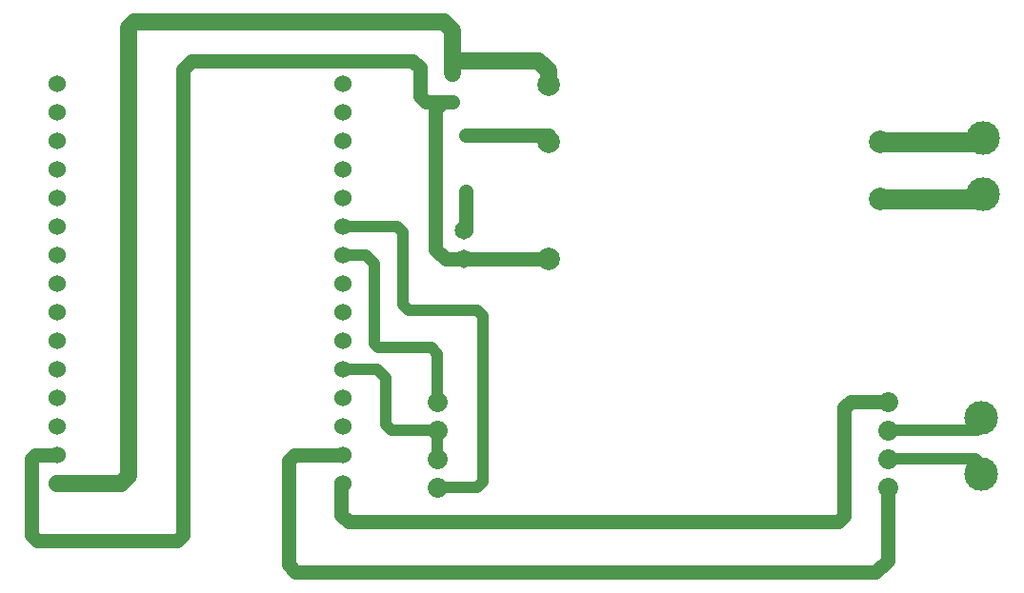
<source format=gbl>
G04 Layer: BottomLayer*
G04 EasyEDA v6.5.9, 2022-08-10 15:01:23*
G04 3fe46a5b86454c6e811331f20d3da3e4,c5bfb2adc60a430b9219b9f832e462ad,10*
G04 Gerber Generator version 0.2*
G04 Scale: 100 percent, Rotated: No, Reflected: No *
G04 Dimensions in millimeters *
G04 leading zeros omitted , absolute positions ,4 integer and 5 decimal *
%FSLAX45Y45*%
%MOMM*%

%ADD10C,1.0000*%
%ADD11C,1.2500*%
%ADD12C,1.8000*%
%ADD13C,1.5000*%
%ADD14C,1.1938*%
%ADD15C,1.6510*%
%ADD16C,1.1608*%
%ADD17C,1.5240*%
%ADD18C,2.0000*%
%ADD19C,3.0000*%

%LPD*%
D10*
X9210802Y5691123D02*
G01*
X9812274Y5691123D01*
X9812274Y5691123D01*
X9812274Y5691123D01*
X10009124Y5691123D01*
X10045700Y5727700D01*
X10045700Y5799836D01*
X5210809Y5183123D02*
G01*
X5564124Y5183123D01*
X5600191Y5219192D01*
X5613400Y5232400D01*
X5613400Y6705600D01*
X5562600Y6756400D01*
X4953000Y6756400D01*
X4902200Y6807200D01*
X4902200Y7454900D01*
X4851400Y7505700D01*
X4368800Y7505700D01*
X5210809Y5945123D02*
G01*
X5210809Y6371589D01*
X5156200Y6426200D01*
X4686300Y6426200D01*
X4648200Y6464300D01*
X4648200Y7175500D01*
X4572000Y7251700D01*
X4368800Y7251700D01*
X5210809Y5691123D02*
G01*
X4799075Y5691123D01*
X4749800Y5740400D01*
X4749800Y6159500D01*
X4673600Y6235700D01*
X4368800Y6235700D01*
D11*
X9210802Y5183123D02*
G01*
X9210802Y4537202D01*
X9208515Y4534915D01*
X9208515Y4534915D01*
X9208515Y4534915D01*
X9105900Y4432300D01*
X3949700Y4432300D01*
X3886200Y4495800D01*
X3886200Y5422900D01*
X3937000Y5473700D01*
X4013200Y5473700D01*
D12*
X9144000Y7753350D02*
G01*
X10022636Y7753350D01*
X10058387Y7789100D01*
X9144000Y8261350D02*
G01*
X10030637Y8261350D01*
X10058387Y8289099D01*
D11*
X9210802Y5945123D02*
G01*
X8878824Y5945123D01*
X8826500Y5892800D01*
X8826500Y4927600D01*
X8775700Y4876800D01*
X4419600Y4876800D01*
X4356100Y4940300D01*
X4356100Y5207000D01*
X4368800Y5219700D01*
D10*
X5210708Y5437098D02*
G01*
X5210708Y5691098D01*
D11*
X5461000Y7815579D02*
G01*
X5461000Y7467600D01*
X5448300Y7467600D01*
X5448300Y7213600D02*
G01*
X5283200Y7213600D01*
X5194300Y7302500D01*
X5194300Y7588250D01*
X5194300Y7588250D01*
X5194300Y7971028D01*
X5194300Y8238236D01*
X5194300Y8547100D01*
X5257800Y8610600D01*
X5346700Y8610600D01*
X1828800Y5473700D02*
G01*
X1638300Y5473700D01*
X1600200Y5435600D01*
X1600200Y4762500D01*
X1651000Y4711700D01*
X2895600Y4711700D01*
X2946400Y4762500D01*
X2946400Y8902700D01*
X3022600Y8978900D01*
X4817109Y8978900D01*
X4817109Y8978900D01*
X4991100Y8978900D01*
X5054600Y8915400D01*
X5054600Y8661400D01*
X5105400Y8610600D01*
X5346700Y8610600D01*
D13*
X5346700Y8864600D02*
G01*
X5346700Y9245600D01*
X5270500Y9321800D01*
X2514600Y9321800D01*
X2463800Y9271000D01*
X2463800Y5283200D01*
X2400300Y5219700D01*
X1828800Y5219700D01*
X6197600Y8763000D02*
G01*
X6197600Y8890000D01*
X6108700Y8978900D01*
X5870702Y8978900D01*
X5870702Y8978900D01*
X5384800Y8978900D01*
X5346700Y8940800D01*
X5346700Y8864600D01*
D11*
X4013200Y5473700D02*
G01*
X4368800Y5473700D01*
X5461000Y8313420D02*
G01*
X5933186Y8313420D01*
X5933186Y8313420D01*
X6197600Y8313420D01*
X6197600Y8255000D01*
X5448300Y7213600D02*
G01*
X6197600Y7213600D01*
D10*
X9210802Y5437123D02*
G01*
X9768077Y5437123D01*
X9903459Y5437123D01*
X9903459Y5437123D01*
X9993375Y5437123D01*
X10045700Y5384800D01*
X10045700Y5299963D01*
D14*
G01*
X5346700Y8864600D03*
G01*
X5346700Y8610600D03*
D15*
G01*
X5448300Y7467600D03*
G01*
X5448300Y7213600D03*
D16*
G01*
X5461000Y8313420D03*
G01*
X5461000Y7815579D03*
D17*
G01*
X1828800Y8775725D03*
G01*
X1828825Y8521674D03*
G01*
X1828825Y8267674D03*
G01*
X1828825Y8013674D03*
G01*
X1828825Y7759674D03*
G01*
X1828825Y7505674D03*
G01*
X1828825Y7251674D03*
G01*
X1828825Y6997674D03*
G01*
X1828825Y6743674D03*
G01*
X1828825Y6489674D03*
G01*
X1828825Y6235674D03*
G01*
X1828825Y5981674D03*
G01*
X1828825Y5727674D03*
G01*
X1828825Y5473674D03*
G01*
X1828825Y5219674D03*
G01*
X4368825Y5219674D03*
G01*
X4368825Y5473674D03*
G01*
X4368825Y5727674D03*
G01*
X4368825Y5981674D03*
G01*
X4368825Y6235674D03*
G01*
X4368825Y6489674D03*
G01*
X4368825Y6743674D03*
G01*
X4368825Y6997674D03*
G01*
X4368825Y7251674D03*
G01*
X4368825Y7505674D03*
G01*
X4368825Y7759674D03*
G01*
X4368825Y8013674D03*
G01*
X4368825Y8267674D03*
G01*
X4368825Y8521674D03*
G01*
X4368825Y8775674D03*
D18*
G01*
X9144000Y7753350D03*
G01*
X9144000Y8261350D03*
G01*
X6197600Y7213600D03*
G01*
X6197600Y8255000D03*
G01*
X6197600Y8763000D03*
D19*
G01*
X10058400Y8289086D03*
G01*
X10058400Y7789087D03*
G01*
X10045725Y5299887D03*
G01*
X10045725Y5799886D03*
D12*
X9210700Y5183098D02*
G01*
X9210700Y5183098D01*
X9210700Y5437098D02*
G01*
X9210700Y5437098D01*
X9210700Y5691098D02*
G01*
X9210700Y5691098D01*
X9210700Y5945098D02*
G01*
X9210700Y5945098D01*
X5210708Y5183098D02*
G01*
X5210708Y5183098D01*
X5210708Y5437098D02*
G01*
X5210708Y5437098D01*
X5210708Y5691098D02*
G01*
X5210708Y5691098D01*
X5210708Y5945098D02*
G01*
X5210708Y5945098D01*
M02*

</source>
